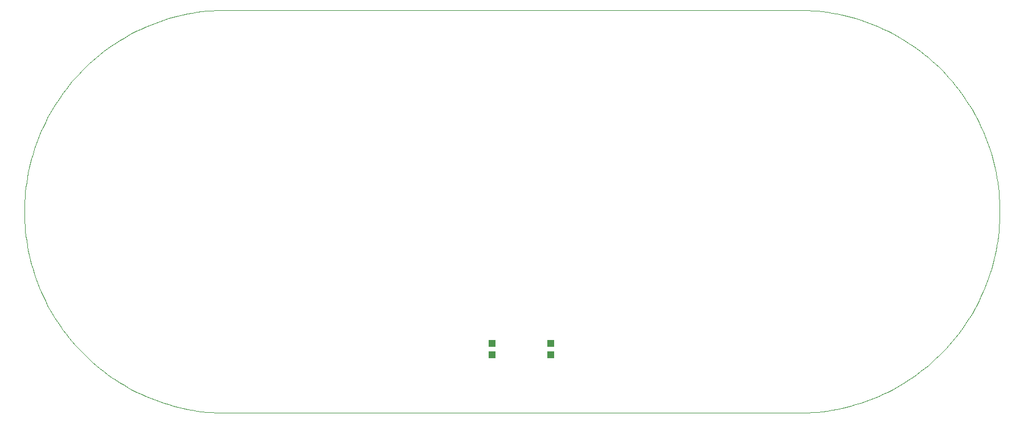
<source format=gbp>
G75*
%MOIN*%
%OFA0B0*%
%FSLAX25Y25*%
%IPPOS*%
%LPD*%
%AMOC8*
5,1,8,0,0,1.08239X$1,22.5*
%
%ADD10C,0.00000*%
%ADD11R,0.04331X0.03937*%
D10*
X0191692Y0005402D02*
X0526337Y0005402D01*
X0644447Y0123513D02*
X0644413Y0126367D01*
X0644309Y0129219D01*
X0644137Y0132068D01*
X0643896Y0134912D01*
X0643586Y0137750D01*
X0643208Y0140579D01*
X0642761Y0143398D01*
X0642247Y0146205D01*
X0641664Y0148999D01*
X0641015Y0151779D01*
X0640298Y0154541D01*
X0639515Y0157286D01*
X0638666Y0160011D01*
X0637752Y0162715D01*
X0636772Y0165395D01*
X0635727Y0168052D01*
X0634619Y0170682D01*
X0633448Y0173285D01*
X0632214Y0175858D01*
X0630918Y0178401D01*
X0629561Y0180913D01*
X0628144Y0183390D01*
X0626668Y0185833D01*
X0625132Y0188239D01*
X0623540Y0190607D01*
X0621890Y0192936D01*
X0620185Y0195225D01*
X0618424Y0197472D01*
X0616610Y0199675D01*
X0614744Y0201834D01*
X0612825Y0203948D01*
X0610856Y0206014D01*
X0608838Y0208032D01*
X0606772Y0210001D01*
X0604658Y0211920D01*
X0602499Y0213786D01*
X0600296Y0215600D01*
X0598049Y0217361D01*
X0595760Y0219066D01*
X0593431Y0220716D01*
X0591063Y0222308D01*
X0588657Y0223844D01*
X0586214Y0225320D01*
X0583737Y0226737D01*
X0581225Y0228094D01*
X0578682Y0229390D01*
X0576109Y0230624D01*
X0573506Y0231795D01*
X0570876Y0232903D01*
X0568219Y0233948D01*
X0565539Y0234928D01*
X0562835Y0235842D01*
X0560110Y0236691D01*
X0557365Y0237474D01*
X0554603Y0238191D01*
X0551823Y0238840D01*
X0549029Y0239423D01*
X0546222Y0239937D01*
X0543403Y0240384D01*
X0540574Y0240762D01*
X0537736Y0241072D01*
X0534892Y0241313D01*
X0532043Y0241485D01*
X0529191Y0241589D01*
X0526337Y0241623D01*
X0191692Y0241623D01*
X0188838Y0241589D01*
X0185986Y0241485D01*
X0183137Y0241313D01*
X0180293Y0241072D01*
X0177455Y0240762D01*
X0174626Y0240384D01*
X0171807Y0239937D01*
X0169000Y0239423D01*
X0166206Y0238840D01*
X0163426Y0238191D01*
X0160664Y0237474D01*
X0157919Y0236691D01*
X0155194Y0235842D01*
X0152490Y0234928D01*
X0149810Y0233948D01*
X0147153Y0232903D01*
X0144523Y0231795D01*
X0141920Y0230624D01*
X0139347Y0229390D01*
X0136804Y0228094D01*
X0134292Y0226737D01*
X0131815Y0225320D01*
X0129372Y0223844D01*
X0126966Y0222308D01*
X0124598Y0220716D01*
X0122269Y0219066D01*
X0119980Y0217361D01*
X0117733Y0215600D01*
X0115530Y0213786D01*
X0113371Y0211920D01*
X0111257Y0210001D01*
X0109191Y0208032D01*
X0107173Y0206014D01*
X0105204Y0203948D01*
X0103285Y0201834D01*
X0101419Y0199675D01*
X0099605Y0197472D01*
X0097844Y0195225D01*
X0096139Y0192936D01*
X0094489Y0190607D01*
X0092897Y0188239D01*
X0091361Y0185833D01*
X0089885Y0183390D01*
X0088468Y0180913D01*
X0087111Y0178401D01*
X0085815Y0175858D01*
X0084581Y0173285D01*
X0083410Y0170682D01*
X0082302Y0168052D01*
X0081257Y0165395D01*
X0080277Y0162715D01*
X0079363Y0160011D01*
X0078514Y0157286D01*
X0077731Y0154541D01*
X0077014Y0151779D01*
X0076365Y0148999D01*
X0075782Y0146205D01*
X0075268Y0143398D01*
X0074821Y0140579D01*
X0074443Y0137750D01*
X0074133Y0134912D01*
X0073892Y0132068D01*
X0073720Y0129219D01*
X0073616Y0126367D01*
X0073582Y0123513D01*
X0073616Y0120659D01*
X0073720Y0117807D01*
X0073892Y0114958D01*
X0074133Y0112114D01*
X0074443Y0109276D01*
X0074821Y0106447D01*
X0075268Y0103628D01*
X0075782Y0100821D01*
X0076365Y0098027D01*
X0077014Y0095247D01*
X0077731Y0092485D01*
X0078514Y0089740D01*
X0079363Y0087015D01*
X0080277Y0084311D01*
X0081257Y0081631D01*
X0082302Y0078974D01*
X0083410Y0076344D01*
X0084581Y0073741D01*
X0085815Y0071168D01*
X0087111Y0068625D01*
X0088468Y0066113D01*
X0089885Y0063636D01*
X0091361Y0061193D01*
X0092897Y0058787D01*
X0094489Y0056419D01*
X0096139Y0054090D01*
X0097844Y0051801D01*
X0099605Y0049554D01*
X0101419Y0047351D01*
X0103285Y0045192D01*
X0105204Y0043078D01*
X0107173Y0041012D01*
X0109191Y0038994D01*
X0111257Y0037025D01*
X0113371Y0035106D01*
X0115530Y0033240D01*
X0117733Y0031426D01*
X0119980Y0029665D01*
X0122269Y0027960D01*
X0124598Y0026310D01*
X0126966Y0024718D01*
X0129372Y0023182D01*
X0131815Y0021706D01*
X0134292Y0020289D01*
X0136804Y0018932D01*
X0139347Y0017636D01*
X0141920Y0016402D01*
X0144523Y0015231D01*
X0147153Y0014123D01*
X0149810Y0013078D01*
X0152490Y0012098D01*
X0155194Y0011184D01*
X0157919Y0010335D01*
X0160664Y0009552D01*
X0163426Y0008835D01*
X0166206Y0008186D01*
X0169000Y0007603D01*
X0171807Y0007089D01*
X0174626Y0006642D01*
X0177455Y0006264D01*
X0180293Y0005954D01*
X0183137Y0005713D01*
X0185986Y0005541D01*
X0188838Y0005437D01*
X0191692Y0005403D01*
X0526337Y0005403D02*
X0529191Y0005437D01*
X0532043Y0005541D01*
X0534892Y0005713D01*
X0537736Y0005954D01*
X0540574Y0006264D01*
X0543403Y0006642D01*
X0546222Y0007089D01*
X0549029Y0007603D01*
X0551823Y0008186D01*
X0554603Y0008835D01*
X0557365Y0009552D01*
X0560110Y0010335D01*
X0562835Y0011184D01*
X0565539Y0012098D01*
X0568219Y0013078D01*
X0570876Y0014123D01*
X0573506Y0015231D01*
X0576109Y0016402D01*
X0578682Y0017636D01*
X0581225Y0018932D01*
X0583737Y0020289D01*
X0586214Y0021706D01*
X0588657Y0023182D01*
X0591063Y0024718D01*
X0593431Y0026310D01*
X0595760Y0027960D01*
X0598049Y0029665D01*
X0600296Y0031426D01*
X0602499Y0033240D01*
X0604658Y0035106D01*
X0606772Y0037025D01*
X0608838Y0038994D01*
X0610856Y0041012D01*
X0612825Y0043078D01*
X0614744Y0045192D01*
X0616610Y0047351D01*
X0618424Y0049554D01*
X0620185Y0051801D01*
X0621890Y0054090D01*
X0623540Y0056419D01*
X0625132Y0058787D01*
X0626668Y0061193D01*
X0628144Y0063636D01*
X0629561Y0066113D01*
X0630918Y0068625D01*
X0632214Y0071168D01*
X0633448Y0073741D01*
X0634619Y0076344D01*
X0635727Y0078974D01*
X0636772Y0081631D01*
X0637752Y0084311D01*
X0638666Y0087015D01*
X0639515Y0089740D01*
X0640298Y0092485D01*
X0641015Y0095247D01*
X0641664Y0098027D01*
X0642247Y0100821D01*
X0642761Y0103628D01*
X0643208Y0106447D01*
X0643586Y0109276D01*
X0643896Y0112114D01*
X0644137Y0114958D01*
X0644309Y0117807D01*
X0644413Y0120659D01*
X0644447Y0123513D01*
D11*
X0381652Y0046150D03*
X0381652Y0039457D03*
X0347204Y0039457D03*
X0347204Y0046150D03*
M02*

</source>
